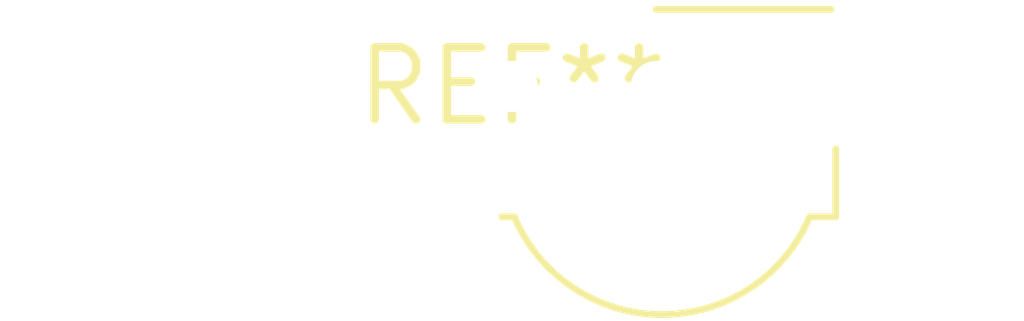
<source format=kicad_pcb>
(kicad_pcb (version 20240108) (generator pcbnew)
  (layers (0 "F.Cu" signal) (31 "B.Cu" signal) (34 "B.Paste" user) (35 "F.Paste" user) (36 "B.SilkS" user "B.Silkscreen") (37 "F.SilkS" user "F.Silkscreen") (38 "B.Mask" user) (39 "F.Mask" user) (44 "Edge.Cuts" user))
  (net 0 "")
  (footprint "Vishay_MOLD-3Pin" (layer "F.Cu") (at 0 0)
    (property "Reference" "REF**")
    (property "Value" "Vishay_MOLD-3Pin")
    (fp_line (start 0.04 2.3) (end -0.18 2.3) (layer "F.SilkS") (stroke (width 0.12)))
    (fp_line (start 5.62 -1.36) (end 2.54 -1.36) (layer "F.SilkS") (stroke (width 0.12)))
    (fp_line (start 5.7 2.3) (end 5.24 2.3) (layer "F.SilkS") (stroke (width 0.12)))
    (fp_line (start 5.7 2.3) (end 5.7 1.1) (layer "F.SilkS") (stroke (width 0.12)))
    (fp_arc (start 5.24 2.3) (mid 2.64 4.023119) (end 0.04 2.3) (layer "F.SilkS") (stroke (width 0.12)))
    (pad "1" thru_hole roundrect (at 0 0) (size 1.8 1.8) (drill 0.9) (layers *.Cu *.Mask) (remove_unused_layers) (roundrect_rratio 0.138))
    (pad "2" thru_hole circle (at 2.54 0) (size 1.8 1.8) (drill 0.9) (layers *.Cu *.Mask) (remove_unused_layers))
    (pad "3" thru_hole circle (at 5.08 0) (size 1.8 1.8) (drill 0.9) (layers *.Cu *.Mask) (remove_unused_layers))
  )
)
</source>
